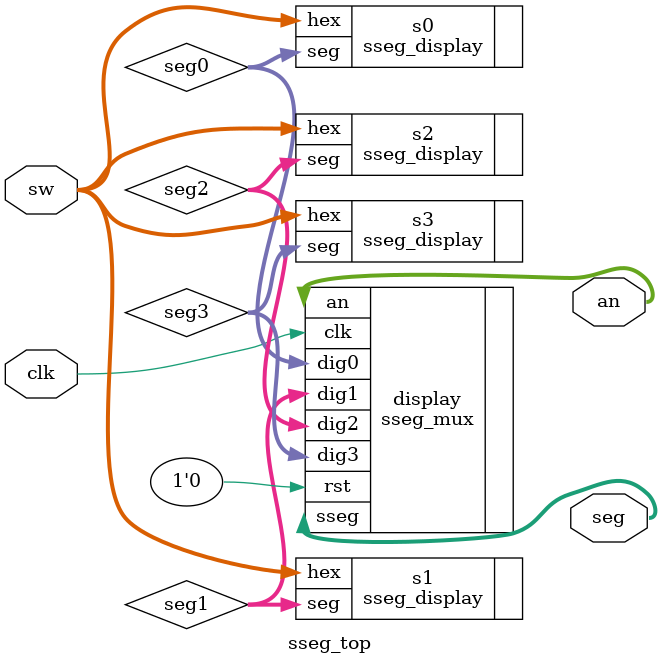
<source format=v>
`timescale 1ns / 1ps


module sseg_top(
    input clk,
    input [3:0] sw,
    output [6:0] seg,
    output [3:0] an
    );
    
    wire [6:0] seg0, seg1, seg2, seg3;
    
    sseg_display s0(.hex(sw), .seg(seg0));     
    sseg_display s1(.hex(sw), .seg(seg1));     
    sseg_display s2(.hex(sw), .seg(seg2));     
    sseg_display s3(.hex(sw), .seg(seg3));     

    sseg_mux display(.clk(clk), .rst(1'b0), .dig0(seg0), .dig1(seg1), .dig2(seg2), .dig3(seg3), .an(an), .sseg(seg));
endmodule

</source>
